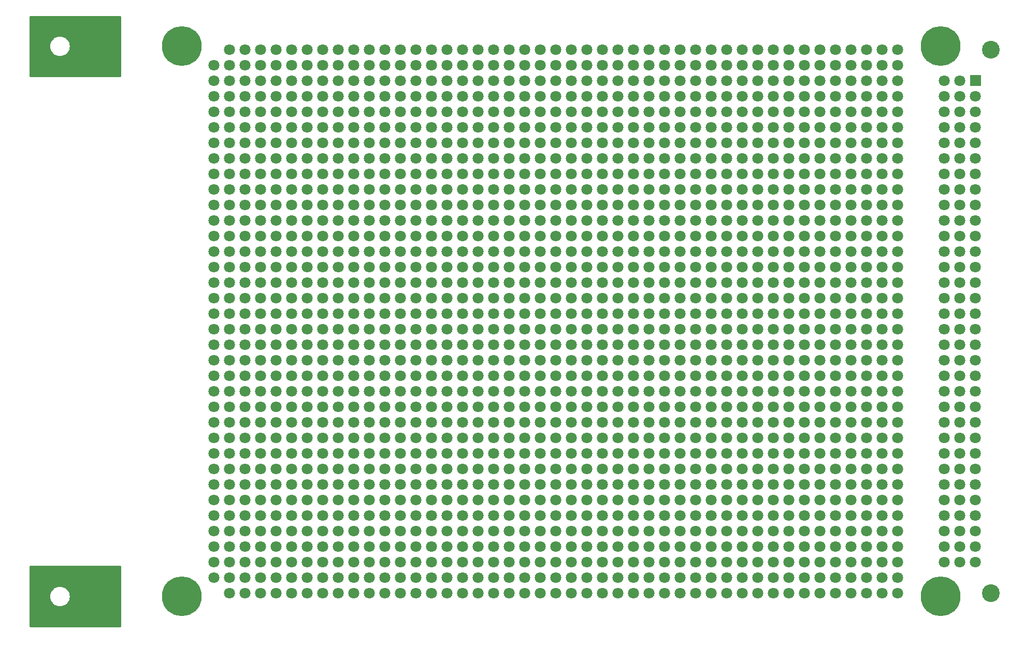
<source format=gbr>
G04 #@! TF.GenerationSoftware,KiCad,Pcbnew,(5.99.0-1588-g7ca069e63)*
G04 #@! TF.CreationDate,2020-05-10T11:49:47-06:00*
G04 #@! TF.ProjectId,module_proto,6d6f6475-6c65-45f7-9072-6f746f2e6b69,rev?*
G04 #@! TF.SameCoordinates,Original*
G04 #@! TF.FileFunction,Soldermask,Bot*
G04 #@! TF.FilePolarity,Negative*
%FSLAX46Y46*%
G04 Gerber Fmt 4.6, Leading zero omitted, Abs format (unit mm)*
G04 Created by KiCad (PCBNEW (5.99.0-1588-g7ca069e63)) date 2020-05-10 11:49:47*
%MOMM*%
%LPD*%
G01*
G04 APERTURE LIST*
%ADD10C,0.900000*%
%ADD11C,6.500000*%
%ADD12C,1.800000*%
%ADD13C,2.900000*%
%ADD14C,0.254000*%
G04 APERTURE END LIST*
D10*
X240697056Y-123302944D03*
X239000000Y-122600000D03*
X237302944Y-123302944D03*
X236600000Y-125000000D03*
X237302944Y-126697056D03*
X239000000Y-127400000D03*
X240697056Y-126697056D03*
X241400000Y-125000000D03*
D11*
X239000000Y-125000000D03*
X115000000Y-125000000D03*
D10*
X117400000Y-125000000D03*
X116697056Y-126697056D03*
X115000000Y-127400000D03*
X113302944Y-126697056D03*
X112600000Y-125000000D03*
X113302944Y-123302944D03*
X115000000Y-122600000D03*
X116697056Y-123302944D03*
X116697056Y-33302944D03*
X115000000Y-32600000D03*
X113302944Y-33302944D03*
X112600000Y-35000000D03*
X113302944Y-36697056D03*
X115000000Y-37400000D03*
X116697056Y-36697056D03*
X117400000Y-35000000D03*
D11*
X115000000Y-35000000D03*
X239000000Y-35000000D03*
D10*
X241400000Y-35000000D03*
X240697056Y-36697056D03*
X239000000Y-37400000D03*
X237302944Y-36697056D03*
X236600000Y-35000000D03*
X237302944Y-33302944D03*
X239000000Y-32600000D03*
X240697056Y-33302944D03*
D12*
X239620000Y-119370000D03*
X239620000Y-91430000D03*
X239620000Y-68570000D03*
X239620000Y-71110000D03*
X239620000Y-114290000D03*
X239620000Y-109210000D03*
X239620000Y-111750000D03*
X239620000Y-78730000D03*
X239620000Y-81270000D03*
X239620000Y-55870000D03*
X239620000Y-58410000D03*
X239620000Y-60950000D03*
X239620000Y-86350000D03*
X239620000Y-88890000D03*
X239620000Y-99050000D03*
X239620000Y-93970000D03*
X239620000Y-96510000D03*
X239620000Y-63490000D03*
X239620000Y-66030000D03*
X239620000Y-116830000D03*
X239620000Y-83810000D03*
X239620000Y-43170000D03*
X239620000Y-45710000D03*
X239620000Y-48250000D03*
X239620000Y-73650000D03*
X239620000Y-76190000D03*
X239620000Y-40630000D03*
X239620000Y-50790000D03*
X239620000Y-53330000D03*
X239620000Y-106670000D03*
X239620000Y-101590000D03*
X239620000Y-104130000D03*
G36*
G01*
X243850000Y-39730000D02*
X245550000Y-39730000D01*
G75*
G02*
X245600000Y-39780000I0J-50000D01*
G01*
X245600000Y-41480000D01*
G75*
G02*
X245550000Y-41530000I-50000J0D01*
G01*
X243850000Y-41530000D01*
G75*
G02*
X243800000Y-41480000I0J50000D01*
G01*
X243800000Y-39780000D01*
G75*
G02*
X243850000Y-39730000I50000J0D01*
G01*
G37*
X242160000Y-40630000D03*
X244700000Y-43170000D03*
X242160000Y-43170000D03*
X244700000Y-45710000D03*
X242160000Y-45710000D03*
X244700000Y-48250000D03*
X242160000Y-48250000D03*
X244700000Y-50790000D03*
X242160000Y-50790000D03*
X244700000Y-53330000D03*
X242160000Y-53330000D03*
X244700000Y-55870000D03*
X242160000Y-55870000D03*
X244700000Y-58410000D03*
X242160000Y-58410000D03*
X244700000Y-60950000D03*
X242160000Y-60950000D03*
X244700000Y-63490000D03*
X242160000Y-63490000D03*
X244700000Y-66030000D03*
X242160000Y-66030000D03*
X244700000Y-68570000D03*
X242160000Y-68570000D03*
X244700000Y-71110000D03*
X242160000Y-71110000D03*
X244700000Y-73650000D03*
X242160000Y-73650000D03*
X244700000Y-76190000D03*
X242160000Y-76190000D03*
X244700000Y-78730000D03*
X242160000Y-78730000D03*
X244700000Y-81270000D03*
X242160000Y-81270000D03*
X244700000Y-83810000D03*
X242160000Y-83810000D03*
X244700000Y-86350000D03*
X242160000Y-86350000D03*
X244700000Y-88890000D03*
X242160000Y-88890000D03*
X244700000Y-91430000D03*
X242160000Y-91430000D03*
X244700000Y-93970000D03*
X242160000Y-93970000D03*
X244700000Y-96510000D03*
X242160000Y-96510000D03*
X244700000Y-99050000D03*
X242160000Y-99050000D03*
X244700000Y-101590000D03*
X242160000Y-101590000D03*
X244700000Y-104130000D03*
X242160000Y-104130000D03*
X244700000Y-106670000D03*
X242160000Y-106670000D03*
X244700000Y-109210000D03*
X242160000Y-109210000D03*
X244700000Y-111750000D03*
X242160000Y-111750000D03*
X244700000Y-114290000D03*
X242160000Y-114290000D03*
X244700000Y-116830000D03*
X242160000Y-116830000D03*
X244700000Y-119370000D03*
X242160000Y-119370000D03*
D13*
X247240000Y-35550000D03*
X247240000Y-124450000D03*
D12*
X216760000Y-124450000D03*
X196440000Y-124450000D03*
X198980000Y-124450000D03*
X219300000Y-124450000D03*
X178660000Y-124450000D03*
X158340000Y-124450000D03*
X176120000Y-124450000D03*
X135480000Y-124450000D03*
X155800000Y-124450000D03*
X138020000Y-124450000D03*
X219300000Y-121910000D03*
X135480000Y-121910000D03*
X138020000Y-121910000D03*
X198980000Y-121910000D03*
X178660000Y-121910000D03*
X158340000Y-121910000D03*
X196440000Y-121910000D03*
X155800000Y-121910000D03*
X216760000Y-121910000D03*
X176120000Y-121910000D03*
X219300000Y-119370000D03*
X176120000Y-119370000D03*
X196440000Y-119370000D03*
X135480000Y-119370000D03*
X155800000Y-119370000D03*
X158340000Y-119370000D03*
X198980000Y-119370000D03*
X178660000Y-119370000D03*
X138020000Y-119370000D03*
X216760000Y-119370000D03*
X219300000Y-116830000D03*
X138020000Y-116830000D03*
X158340000Y-116830000D03*
X155800000Y-116830000D03*
X178660000Y-116830000D03*
X135480000Y-116830000D03*
X176120000Y-116830000D03*
X196440000Y-116830000D03*
X216760000Y-116830000D03*
X198980000Y-116830000D03*
X176120000Y-114290000D03*
X155800000Y-114290000D03*
X216760000Y-114290000D03*
X178660000Y-114290000D03*
X219300000Y-114290000D03*
X138020000Y-114290000D03*
X135480000Y-114290000D03*
X196440000Y-114290000D03*
X198980000Y-114290000D03*
X158340000Y-114290000D03*
X138020000Y-111750000D03*
X155800000Y-111750000D03*
X176120000Y-111750000D03*
X219300000Y-111750000D03*
X216760000Y-111750000D03*
X135480000Y-111750000D03*
X158340000Y-111750000D03*
X178660000Y-111750000D03*
X196440000Y-111750000D03*
X198980000Y-111750000D03*
X219300000Y-109210000D03*
X135480000Y-109210000D03*
X176120000Y-109210000D03*
X216760000Y-109210000D03*
X138020000Y-109210000D03*
X198980000Y-109210000D03*
X178660000Y-109210000D03*
X196440000Y-109210000D03*
X158340000Y-109210000D03*
X155800000Y-109210000D03*
X155800000Y-106670000D03*
X198980000Y-106670000D03*
X135480000Y-106670000D03*
X216760000Y-106670000D03*
X158340000Y-106670000D03*
X138020000Y-106670000D03*
X196440000Y-106670000D03*
X219300000Y-106670000D03*
X178660000Y-106670000D03*
X176120000Y-106670000D03*
X198980000Y-104130000D03*
X178660000Y-104130000D03*
X135480000Y-104130000D03*
X176120000Y-104130000D03*
X219300000Y-104130000D03*
X196440000Y-104130000D03*
X155800000Y-104130000D03*
X158340000Y-104130000D03*
X138020000Y-104130000D03*
X216760000Y-104130000D03*
X138020000Y-101590000D03*
X176120000Y-101590000D03*
X219300000Y-101590000D03*
X198980000Y-101590000D03*
X158340000Y-101590000D03*
X196440000Y-101590000D03*
X178660000Y-101590000D03*
X216760000Y-101590000D03*
X135480000Y-101590000D03*
X155800000Y-101590000D03*
X216760000Y-99050000D03*
X178660000Y-99050000D03*
X176120000Y-99050000D03*
X135480000Y-99050000D03*
X198980000Y-99050000D03*
X158340000Y-99050000D03*
X138020000Y-99050000D03*
X196440000Y-99050000D03*
X155800000Y-99050000D03*
X219300000Y-99050000D03*
X178660000Y-96510000D03*
X138020000Y-96510000D03*
X216760000Y-96510000D03*
X198980000Y-96510000D03*
X158340000Y-96510000D03*
X155800000Y-96510000D03*
X219300000Y-96510000D03*
X196440000Y-96510000D03*
X135480000Y-96510000D03*
X176120000Y-96510000D03*
X178660000Y-93970000D03*
X158340000Y-93970000D03*
X176120000Y-93970000D03*
X138020000Y-93970000D03*
X219300000Y-93970000D03*
X198980000Y-93970000D03*
X216760000Y-93970000D03*
X135480000Y-93970000D03*
X155800000Y-93970000D03*
X196440000Y-93970000D03*
X158340000Y-91430000D03*
X135480000Y-91430000D03*
X155800000Y-91430000D03*
X138020000Y-91430000D03*
X198980000Y-91430000D03*
X196440000Y-91430000D03*
X176120000Y-91430000D03*
X178660000Y-91430000D03*
X219300000Y-91430000D03*
X216760000Y-91430000D03*
X216760000Y-88890000D03*
X158340000Y-88890000D03*
X138020000Y-88890000D03*
X196440000Y-88890000D03*
X135480000Y-88890000D03*
X176120000Y-88890000D03*
X198980000Y-88890000D03*
X219300000Y-88890000D03*
X178660000Y-88890000D03*
X155800000Y-88890000D03*
X158340000Y-86350000D03*
X138020000Y-86350000D03*
X178660000Y-86350000D03*
X196440000Y-86350000D03*
X219300000Y-86350000D03*
X135480000Y-86350000D03*
X155800000Y-86350000D03*
X198980000Y-86350000D03*
X216760000Y-86350000D03*
X176120000Y-86350000D03*
X219300000Y-83810000D03*
X216760000Y-83810000D03*
X198980000Y-83810000D03*
X196440000Y-83810000D03*
X178660000Y-83810000D03*
X176120000Y-83810000D03*
X158340000Y-83810000D03*
X155800000Y-83810000D03*
X135480000Y-83810000D03*
X138020000Y-83810000D03*
X176120000Y-35550000D03*
X155800000Y-35550000D03*
X178660000Y-35550000D03*
X135480000Y-35550000D03*
X198980000Y-35550000D03*
X138020000Y-35550000D03*
X196440000Y-35550000D03*
X158340000Y-35550000D03*
X176120000Y-38090000D03*
X135480000Y-38090000D03*
X155800000Y-38090000D03*
X158340000Y-38090000D03*
X178660000Y-38090000D03*
X198980000Y-38090000D03*
X138020000Y-38090000D03*
X196440000Y-38090000D03*
X155800000Y-40630000D03*
X196440000Y-40630000D03*
X178660000Y-40630000D03*
X198980000Y-40630000D03*
X158340000Y-40630000D03*
X176120000Y-40630000D03*
X138020000Y-40630000D03*
X135480000Y-40630000D03*
X196440000Y-43170000D03*
X176120000Y-43170000D03*
X178660000Y-43170000D03*
X135480000Y-43170000D03*
X198980000Y-43170000D03*
X138020000Y-43170000D03*
X158340000Y-43170000D03*
X155800000Y-43170000D03*
X155800000Y-45710000D03*
X176120000Y-45710000D03*
X158340000Y-45710000D03*
X198980000Y-45710000D03*
X135480000Y-45710000D03*
X178660000Y-45710000D03*
X196440000Y-45710000D03*
X138020000Y-45710000D03*
X198980000Y-48250000D03*
X158340000Y-48250000D03*
X178660000Y-48250000D03*
X196440000Y-48250000D03*
X135480000Y-48250000D03*
X138020000Y-48250000D03*
X176120000Y-48250000D03*
X155800000Y-48250000D03*
X176120000Y-50790000D03*
X196440000Y-50790000D03*
X178660000Y-50790000D03*
X138020000Y-50790000D03*
X155800000Y-50790000D03*
X135480000Y-50790000D03*
X158340000Y-50790000D03*
X198980000Y-50790000D03*
X135480000Y-53330000D03*
X158340000Y-53330000D03*
X138020000Y-53330000D03*
X176120000Y-53330000D03*
X196440000Y-53330000D03*
X198980000Y-53330000D03*
X178660000Y-53330000D03*
X155800000Y-53330000D03*
X178660000Y-55870000D03*
X198980000Y-55870000D03*
X138020000Y-55870000D03*
X158340000Y-55870000D03*
X196440000Y-55870000D03*
X176120000Y-55870000D03*
X135480000Y-55870000D03*
X155800000Y-55870000D03*
X178660000Y-58410000D03*
X196440000Y-58410000D03*
X155800000Y-58410000D03*
X176120000Y-58410000D03*
X138020000Y-58410000D03*
X158340000Y-58410000D03*
X135480000Y-58410000D03*
X198980000Y-58410000D03*
X196440000Y-60950000D03*
X135480000Y-60950000D03*
X176120000Y-60950000D03*
X198980000Y-60950000D03*
X138020000Y-60950000D03*
X178660000Y-60950000D03*
X155800000Y-60950000D03*
X158340000Y-60950000D03*
X178660000Y-63490000D03*
X158340000Y-63490000D03*
X135480000Y-63490000D03*
X155800000Y-63490000D03*
X176120000Y-63490000D03*
X138020000Y-63490000D03*
X198980000Y-63490000D03*
X196440000Y-63490000D03*
X155800000Y-66030000D03*
X198980000Y-66030000D03*
X178660000Y-66030000D03*
X135480000Y-66030000D03*
X138020000Y-66030000D03*
X196440000Y-66030000D03*
X158340000Y-66030000D03*
X176120000Y-66030000D03*
X135480000Y-68570000D03*
X196440000Y-68570000D03*
X155800000Y-68570000D03*
X176120000Y-68570000D03*
X138020000Y-68570000D03*
X158340000Y-68570000D03*
X178660000Y-68570000D03*
X198980000Y-68570000D03*
X158340000Y-71110000D03*
X196440000Y-71110000D03*
X176120000Y-71110000D03*
X138020000Y-71110000D03*
X155800000Y-71110000D03*
X198980000Y-71110000D03*
X135480000Y-71110000D03*
X178660000Y-71110000D03*
X155800000Y-73650000D03*
X158340000Y-73650000D03*
X198980000Y-73650000D03*
X135480000Y-73650000D03*
X138020000Y-73650000D03*
X196440000Y-73650000D03*
X178660000Y-73650000D03*
X176120000Y-73650000D03*
X198980000Y-76190000D03*
X196440000Y-76190000D03*
X178660000Y-76190000D03*
X176120000Y-76190000D03*
X158340000Y-76190000D03*
X155800000Y-76190000D03*
X135480000Y-76190000D03*
X138020000Y-76190000D03*
X216760000Y-35550000D03*
X216760000Y-38090000D03*
X216760000Y-55870000D03*
X216760000Y-48250000D03*
X216760000Y-50790000D03*
X216760000Y-58410000D03*
X216760000Y-45710000D03*
X216760000Y-53330000D03*
X216760000Y-43170000D03*
X216760000Y-40630000D03*
X216760000Y-66030000D03*
X216760000Y-60950000D03*
X216760000Y-68570000D03*
X216760000Y-63490000D03*
X216760000Y-71110000D03*
X216760000Y-73650000D03*
X216760000Y-76190000D03*
X219300000Y-38090000D03*
X219300000Y-35550000D03*
X219300000Y-43170000D03*
X219300000Y-45710000D03*
X219300000Y-58410000D03*
X219300000Y-40630000D03*
X219300000Y-48250000D03*
X219300000Y-50790000D03*
X219300000Y-55870000D03*
X219300000Y-53330000D03*
X219300000Y-68570000D03*
X219300000Y-60950000D03*
X219300000Y-66030000D03*
X219300000Y-63490000D03*
X219300000Y-73650000D03*
X219300000Y-71110000D03*
X219300000Y-76190000D03*
X120240000Y-88890000D03*
X120240000Y-40630000D03*
X120240000Y-78730000D03*
X122780000Y-83810000D03*
X120240000Y-60950000D03*
X122780000Y-40630000D03*
X122780000Y-58410000D03*
X122780000Y-45710000D03*
X122780000Y-35550000D03*
X122780000Y-66030000D03*
X120240000Y-101590000D03*
X120240000Y-58410000D03*
X122780000Y-55870000D03*
X120240000Y-99050000D03*
X122780000Y-101590000D03*
X122780000Y-106670000D03*
X120240000Y-116830000D03*
X122780000Y-78730000D03*
X120240000Y-66030000D03*
X122780000Y-48250000D03*
X120240000Y-81270000D03*
X122780000Y-53330000D03*
X122780000Y-71110000D03*
X122780000Y-50790000D03*
X120240000Y-111750000D03*
X120240000Y-55870000D03*
X122780000Y-68570000D03*
X122780000Y-119370000D03*
X120240000Y-43170000D03*
X120240000Y-48250000D03*
X122780000Y-116830000D03*
X122780000Y-38090000D03*
X122780000Y-96510000D03*
X120240000Y-53330000D03*
X120240000Y-86350000D03*
X120240000Y-104130000D03*
X120240000Y-68570000D03*
X120240000Y-96510000D03*
X120240000Y-38090000D03*
X120240000Y-83810000D03*
X120240000Y-93970000D03*
X122780000Y-121910000D03*
X122780000Y-91430000D03*
X122780000Y-86350000D03*
X120240000Y-114290000D03*
X120240000Y-63490000D03*
X120240000Y-91430000D03*
X120240000Y-50790000D03*
X122780000Y-109210000D03*
X122780000Y-76190000D03*
X120240000Y-106670000D03*
X122780000Y-124450000D03*
X122780000Y-43170000D03*
X120240000Y-76190000D03*
X122780000Y-104130000D03*
X122780000Y-60950000D03*
X122780000Y-88890000D03*
X122780000Y-73650000D03*
X120240000Y-109210000D03*
X122780000Y-93970000D03*
X122780000Y-114290000D03*
X120240000Y-121910000D03*
X122780000Y-81270000D03*
X120240000Y-73650000D03*
X122780000Y-111750000D03*
X122780000Y-63490000D03*
X120240000Y-45710000D03*
X120240000Y-71110000D03*
X120240000Y-119370000D03*
X122780000Y-99050000D03*
X125320000Y-53330000D03*
X125320000Y-86350000D03*
X125320000Y-104130000D03*
X125320000Y-68570000D03*
X125320000Y-96510000D03*
X125320000Y-38090000D03*
X125320000Y-83810000D03*
X125320000Y-93970000D03*
X127860000Y-121910000D03*
X127860000Y-91430000D03*
X127860000Y-86350000D03*
X125320000Y-114290000D03*
X125320000Y-63490000D03*
X125320000Y-91430000D03*
X125320000Y-50790000D03*
X127860000Y-109210000D03*
X127860000Y-76190000D03*
X125320000Y-106670000D03*
X127860000Y-124450000D03*
X127860000Y-43170000D03*
X125320000Y-76190000D03*
X127860000Y-104130000D03*
X127860000Y-60950000D03*
X127860000Y-88890000D03*
X127860000Y-73650000D03*
X125320000Y-109210000D03*
X127860000Y-93970000D03*
X127860000Y-114290000D03*
X125320000Y-121910000D03*
X127860000Y-81270000D03*
X125320000Y-73650000D03*
X130400000Y-53330000D03*
X130400000Y-86350000D03*
X127860000Y-111750000D03*
X127860000Y-63490000D03*
X130400000Y-104130000D03*
X125320000Y-45710000D03*
X130400000Y-68570000D03*
X125320000Y-71110000D03*
X125320000Y-124450000D03*
X125320000Y-119370000D03*
X130400000Y-96510000D03*
X130400000Y-38090000D03*
X127860000Y-55870000D03*
X125320000Y-99050000D03*
X130400000Y-111750000D03*
X130400000Y-83810000D03*
X127860000Y-101590000D03*
X127860000Y-106670000D03*
X125320000Y-116830000D03*
X127860000Y-78730000D03*
X130400000Y-93970000D03*
X125320000Y-66030000D03*
X127860000Y-48250000D03*
X125320000Y-81270000D03*
X127860000Y-53330000D03*
X132940000Y-121910000D03*
X132940000Y-91430000D03*
X127860000Y-71110000D03*
X132940000Y-86350000D03*
X132940000Y-99050000D03*
X130400000Y-50790000D03*
X132940000Y-109210000D03*
X132940000Y-76190000D03*
X130400000Y-106670000D03*
X132940000Y-124450000D03*
X132940000Y-43170000D03*
X130400000Y-76190000D03*
X132940000Y-104130000D03*
X132940000Y-60950000D03*
X132940000Y-88890000D03*
X132940000Y-73650000D03*
X130400000Y-109210000D03*
X132940000Y-93970000D03*
X132940000Y-114290000D03*
X130400000Y-121910000D03*
X127860000Y-50790000D03*
X130400000Y-101590000D03*
X130400000Y-58410000D03*
X132940000Y-81270000D03*
X130400000Y-73650000D03*
X130400000Y-66030000D03*
X132940000Y-48250000D03*
X130400000Y-81270000D03*
X132940000Y-53330000D03*
X125320000Y-111750000D03*
X132940000Y-106670000D03*
X130400000Y-116830000D03*
X130400000Y-119370000D03*
X132940000Y-68570000D03*
X132940000Y-119370000D03*
X132940000Y-55870000D03*
X130400000Y-99050000D03*
X130400000Y-78730000D03*
X132940000Y-101590000D03*
X130400000Y-71110000D03*
X125320000Y-35550000D03*
X130400000Y-124450000D03*
X125320000Y-55870000D03*
X127860000Y-68570000D03*
X127860000Y-119370000D03*
X125320000Y-43170000D03*
X125320000Y-48250000D03*
X130400000Y-43170000D03*
X130400000Y-48250000D03*
X130400000Y-45710000D03*
X132940000Y-50790000D03*
X132940000Y-78730000D03*
X132940000Y-58410000D03*
X125320000Y-88890000D03*
X130400000Y-40630000D03*
X132940000Y-63490000D03*
X125320000Y-40630000D03*
X125320000Y-78730000D03*
X127860000Y-83810000D03*
X130400000Y-55870000D03*
X125320000Y-60950000D03*
X130400000Y-35550000D03*
X127860000Y-40630000D03*
X130400000Y-88890000D03*
X130400000Y-60950000D03*
X132940000Y-83810000D03*
X127860000Y-58410000D03*
X132940000Y-40630000D03*
X127860000Y-45710000D03*
X127860000Y-35550000D03*
X132940000Y-71110000D03*
X132940000Y-116830000D03*
X132940000Y-96510000D03*
X132940000Y-66030000D03*
X127860000Y-116830000D03*
X132940000Y-111750000D03*
X127860000Y-38090000D03*
X132940000Y-38090000D03*
X127860000Y-99050000D03*
X125320000Y-101590000D03*
X125320000Y-58410000D03*
X132940000Y-35550000D03*
X127860000Y-66030000D03*
X132940000Y-45710000D03*
X127860000Y-96510000D03*
X130400000Y-114290000D03*
X130400000Y-63490000D03*
X130400000Y-91430000D03*
X138020000Y-78730000D03*
X138020000Y-81270000D03*
X135480000Y-78730000D03*
X140560000Y-53330000D03*
X140560000Y-86350000D03*
X140560000Y-104130000D03*
X140560000Y-68570000D03*
X140560000Y-96510000D03*
X140560000Y-38090000D03*
X140560000Y-111750000D03*
X140560000Y-83810000D03*
X140560000Y-93970000D03*
X135480000Y-81270000D03*
X143100000Y-121910000D03*
X143100000Y-91430000D03*
X143100000Y-86350000D03*
X143100000Y-99050000D03*
X140560000Y-50790000D03*
X143100000Y-109210000D03*
X143100000Y-76190000D03*
X140560000Y-106670000D03*
X143100000Y-124450000D03*
X143100000Y-43170000D03*
X140560000Y-76190000D03*
X143100000Y-104130000D03*
X143100000Y-60950000D03*
X143100000Y-88890000D03*
X143100000Y-73650000D03*
X140560000Y-109210000D03*
X143100000Y-93970000D03*
X143100000Y-114290000D03*
X140560000Y-121910000D03*
X140560000Y-101590000D03*
X140560000Y-58410000D03*
X143100000Y-81270000D03*
X140560000Y-73650000D03*
X140560000Y-66030000D03*
X143100000Y-48250000D03*
X140560000Y-81270000D03*
X143100000Y-53330000D03*
X143100000Y-106670000D03*
X140560000Y-116830000D03*
X140560000Y-119370000D03*
X143100000Y-68570000D03*
X143100000Y-119370000D03*
X143100000Y-55870000D03*
X140560000Y-99050000D03*
X140560000Y-78730000D03*
X143100000Y-101590000D03*
X140560000Y-71110000D03*
X140560000Y-124450000D03*
X140560000Y-43170000D03*
X140560000Y-48250000D03*
X140560000Y-45710000D03*
X143100000Y-50790000D03*
X143100000Y-78730000D03*
X143100000Y-58410000D03*
X140560000Y-40630000D03*
X143100000Y-63490000D03*
X140560000Y-55870000D03*
X140560000Y-35550000D03*
X140560000Y-88890000D03*
X140560000Y-60950000D03*
X143100000Y-83810000D03*
X143100000Y-40630000D03*
X143100000Y-71110000D03*
X143100000Y-116830000D03*
X143100000Y-96510000D03*
X143100000Y-66030000D03*
X143100000Y-111750000D03*
X143100000Y-38090000D03*
X145640000Y-53330000D03*
X145640000Y-86350000D03*
X145640000Y-104130000D03*
X145640000Y-68570000D03*
X145640000Y-96510000D03*
X145640000Y-38090000D03*
X145640000Y-83810000D03*
X145640000Y-93970000D03*
X148180000Y-121910000D03*
X148180000Y-91430000D03*
X148180000Y-86350000D03*
X145640000Y-114290000D03*
X145640000Y-63490000D03*
X145640000Y-91430000D03*
X148180000Y-99050000D03*
X145640000Y-50790000D03*
X148180000Y-109210000D03*
X148180000Y-76190000D03*
X145640000Y-106670000D03*
X148180000Y-124450000D03*
X148180000Y-43170000D03*
X145640000Y-76190000D03*
X148180000Y-104130000D03*
X148180000Y-60950000D03*
X148180000Y-88890000D03*
X148180000Y-73650000D03*
X145640000Y-109210000D03*
X148180000Y-93970000D03*
X148180000Y-114290000D03*
X145640000Y-121910000D03*
X145640000Y-101590000D03*
X145640000Y-58410000D03*
X148180000Y-81270000D03*
X145640000Y-73650000D03*
X150720000Y-53330000D03*
X150720000Y-86350000D03*
X148180000Y-111750000D03*
X148180000Y-63490000D03*
X150720000Y-104130000D03*
X145640000Y-45710000D03*
X150720000Y-68570000D03*
X145640000Y-71110000D03*
X145640000Y-124450000D03*
X145640000Y-119370000D03*
X150720000Y-96510000D03*
X150720000Y-38090000D03*
X148180000Y-55870000D03*
X145640000Y-99050000D03*
X150720000Y-111750000D03*
X150720000Y-83810000D03*
X148180000Y-101590000D03*
X148180000Y-106670000D03*
X145640000Y-116830000D03*
X148180000Y-78730000D03*
X143100000Y-35550000D03*
X145640000Y-111750000D03*
X145640000Y-55870000D03*
X148180000Y-71110000D03*
X148180000Y-53330000D03*
X145640000Y-81270000D03*
X150720000Y-114290000D03*
X150720000Y-93970000D03*
X145640000Y-66030000D03*
X148180000Y-48250000D03*
X148180000Y-68570000D03*
X148180000Y-66030000D03*
X145640000Y-48250000D03*
X148180000Y-35550000D03*
X148180000Y-40630000D03*
X150720000Y-106670000D03*
X148180000Y-50790000D03*
X145640000Y-43170000D03*
X145640000Y-60950000D03*
X145640000Y-88890000D03*
X150720000Y-50790000D03*
X148180000Y-45710000D03*
X150720000Y-45710000D03*
X150720000Y-91430000D03*
X145640000Y-40630000D03*
X150720000Y-71110000D03*
X148180000Y-38090000D03*
X150720000Y-109210000D03*
X143100000Y-45710000D03*
X150720000Y-55870000D03*
X150720000Y-121910000D03*
X150720000Y-101590000D03*
X150720000Y-40630000D03*
X150720000Y-76190000D03*
X150720000Y-48250000D03*
X150720000Y-73650000D03*
X150720000Y-63490000D03*
X150720000Y-58410000D03*
X148180000Y-96510000D03*
X150720000Y-60950000D03*
X150720000Y-116830000D03*
X148180000Y-83810000D03*
X150720000Y-35550000D03*
X150720000Y-88890000D03*
X150720000Y-43170000D03*
X150720000Y-66030000D03*
X150720000Y-124450000D03*
X148180000Y-58410000D03*
X148180000Y-116830000D03*
X148180000Y-119370000D03*
X150720000Y-119370000D03*
X150720000Y-99050000D03*
X145640000Y-35550000D03*
X145640000Y-78730000D03*
X150720000Y-78730000D03*
X150720000Y-81270000D03*
X140560000Y-114290000D03*
X140560000Y-63490000D03*
X140560000Y-91430000D03*
X153260000Y-53330000D03*
X153260000Y-86350000D03*
X153260000Y-104130000D03*
X153260000Y-68570000D03*
X153260000Y-96510000D03*
X153260000Y-38090000D03*
X153260000Y-83810000D03*
X153260000Y-93970000D03*
X153260000Y-114290000D03*
X153260000Y-63490000D03*
X153260000Y-91430000D03*
X153260000Y-50790000D03*
X155800000Y-78730000D03*
X153260000Y-106670000D03*
X153260000Y-76190000D03*
X153260000Y-109210000D03*
X153260000Y-121910000D03*
X155800000Y-81270000D03*
X153260000Y-73650000D03*
X153260000Y-45710000D03*
X153260000Y-71110000D03*
X153260000Y-124450000D03*
X153260000Y-119370000D03*
X153260000Y-99050000D03*
X153260000Y-116830000D03*
X153260000Y-66030000D03*
X153260000Y-81270000D03*
X160880000Y-121910000D03*
X160880000Y-91430000D03*
X160880000Y-86350000D03*
X160880000Y-99050000D03*
X160880000Y-109210000D03*
X160880000Y-76190000D03*
X160880000Y-124450000D03*
X160880000Y-43170000D03*
X158340000Y-78730000D03*
X160880000Y-104130000D03*
X160880000Y-60950000D03*
X160880000Y-88890000D03*
X160880000Y-73650000D03*
X160880000Y-93970000D03*
X160880000Y-114290000D03*
X160880000Y-81270000D03*
X160880000Y-48250000D03*
X158340000Y-81270000D03*
X160880000Y-53330000D03*
X153260000Y-111750000D03*
X160880000Y-106670000D03*
X160880000Y-68570000D03*
X160880000Y-119370000D03*
X160880000Y-55870000D03*
X160880000Y-101590000D03*
X153260000Y-35550000D03*
X153260000Y-55870000D03*
X153260000Y-43170000D03*
X153260000Y-48250000D03*
X160880000Y-50790000D03*
X160880000Y-78730000D03*
X160880000Y-58410000D03*
X153260000Y-88890000D03*
X160880000Y-63490000D03*
X153260000Y-40630000D03*
X153260000Y-78730000D03*
X153260000Y-60950000D03*
X160880000Y-83810000D03*
X160880000Y-40630000D03*
X160880000Y-71110000D03*
X160880000Y-116830000D03*
X160880000Y-96510000D03*
X160880000Y-66030000D03*
X160880000Y-111750000D03*
X160880000Y-38090000D03*
X163420000Y-53330000D03*
X163420000Y-86350000D03*
X163420000Y-104130000D03*
X163420000Y-68570000D03*
X163420000Y-96510000D03*
X163420000Y-38090000D03*
X163420000Y-83810000D03*
X163420000Y-93970000D03*
X165960000Y-121910000D03*
X165960000Y-91430000D03*
X165960000Y-86350000D03*
X163420000Y-114290000D03*
X163420000Y-63490000D03*
X163420000Y-91430000D03*
X165960000Y-99050000D03*
X163420000Y-50790000D03*
X165960000Y-109210000D03*
X165960000Y-76190000D03*
X163420000Y-106670000D03*
X165960000Y-124450000D03*
X165960000Y-43170000D03*
X163420000Y-76190000D03*
X165960000Y-104130000D03*
X165960000Y-60950000D03*
X165960000Y-88890000D03*
X165960000Y-73650000D03*
X163420000Y-109210000D03*
X165960000Y-93970000D03*
X165960000Y-114290000D03*
X163420000Y-121910000D03*
X163420000Y-101590000D03*
X163420000Y-58410000D03*
X165960000Y-81270000D03*
X163420000Y-73650000D03*
X168500000Y-53330000D03*
X168500000Y-86350000D03*
X165960000Y-111750000D03*
X165960000Y-63490000D03*
X168500000Y-104130000D03*
X163420000Y-45710000D03*
X168500000Y-68570000D03*
X163420000Y-71110000D03*
X163420000Y-124450000D03*
X163420000Y-119370000D03*
X168500000Y-96510000D03*
X168500000Y-38090000D03*
X165960000Y-55870000D03*
X163420000Y-99050000D03*
X168500000Y-111750000D03*
X168500000Y-83810000D03*
X165960000Y-101590000D03*
X165960000Y-106670000D03*
X163420000Y-116830000D03*
X165960000Y-78730000D03*
X173580000Y-53330000D03*
X173580000Y-86350000D03*
X173580000Y-104130000D03*
X173580000Y-68570000D03*
X173580000Y-96510000D03*
X173580000Y-38090000D03*
X173580000Y-83810000D03*
X173580000Y-93970000D03*
X173580000Y-114290000D03*
X173580000Y-63490000D03*
X173580000Y-91430000D03*
X153260000Y-101590000D03*
X153260000Y-58410000D03*
X173580000Y-50790000D03*
X173580000Y-106670000D03*
X173580000Y-76190000D03*
X173580000Y-109210000D03*
X173580000Y-121910000D03*
X173580000Y-101590000D03*
X173580000Y-58410000D03*
X176120000Y-81270000D03*
X173580000Y-73650000D03*
X173580000Y-45710000D03*
X173580000Y-71110000D03*
X173580000Y-124450000D03*
X173580000Y-119370000D03*
X173580000Y-99050000D03*
X173580000Y-116830000D03*
X176120000Y-78730000D03*
X173580000Y-66030000D03*
X173580000Y-81270000D03*
X181200000Y-121910000D03*
X181200000Y-91430000D03*
X181200000Y-86350000D03*
X181200000Y-99050000D03*
X181200000Y-109210000D03*
X181200000Y-76190000D03*
X181200000Y-124450000D03*
X181200000Y-43170000D03*
X181200000Y-104130000D03*
X181200000Y-60950000D03*
X181200000Y-88890000D03*
X181200000Y-73650000D03*
X181200000Y-93970000D03*
X181200000Y-114290000D03*
X181200000Y-81270000D03*
X181200000Y-48250000D03*
X178660000Y-81270000D03*
X181200000Y-53330000D03*
X173580000Y-111750000D03*
X181200000Y-106670000D03*
X181200000Y-68570000D03*
X181200000Y-119370000D03*
X181200000Y-55870000D03*
X178660000Y-78730000D03*
X181200000Y-101590000D03*
X173580000Y-35550000D03*
X173580000Y-55870000D03*
X173580000Y-43170000D03*
X173580000Y-48250000D03*
X181200000Y-50790000D03*
X181200000Y-78730000D03*
X181200000Y-58410000D03*
X173580000Y-88890000D03*
X181200000Y-63490000D03*
X173580000Y-40630000D03*
X173580000Y-78730000D03*
X173580000Y-60950000D03*
X181200000Y-83810000D03*
X181200000Y-40630000D03*
X181200000Y-71110000D03*
X181200000Y-116830000D03*
X181200000Y-96510000D03*
X181200000Y-66030000D03*
X181200000Y-111750000D03*
X181200000Y-38090000D03*
X183740000Y-53330000D03*
X183740000Y-86350000D03*
X183740000Y-104130000D03*
X183740000Y-68570000D03*
X183740000Y-96510000D03*
X183740000Y-38090000D03*
X183740000Y-83810000D03*
X183740000Y-93970000D03*
X186280000Y-121910000D03*
X186280000Y-91430000D03*
X186280000Y-86350000D03*
X183740000Y-114290000D03*
X183740000Y-63490000D03*
X183740000Y-91430000D03*
X186280000Y-99050000D03*
X183740000Y-50790000D03*
X186280000Y-109210000D03*
X186280000Y-76190000D03*
X183740000Y-106670000D03*
X186280000Y-124450000D03*
X186280000Y-43170000D03*
X183740000Y-76190000D03*
X186280000Y-104130000D03*
X186280000Y-60950000D03*
X186280000Y-88890000D03*
X186280000Y-73650000D03*
X183740000Y-109210000D03*
X186280000Y-93970000D03*
X186280000Y-114290000D03*
X183740000Y-121910000D03*
X183740000Y-101590000D03*
X183740000Y-58410000D03*
X186280000Y-81270000D03*
X183740000Y-73650000D03*
X171040000Y-99050000D03*
X160880000Y-35550000D03*
X163420000Y-111750000D03*
X171040000Y-58410000D03*
X163420000Y-55870000D03*
X165960000Y-71110000D03*
X165960000Y-53330000D03*
X171040000Y-121910000D03*
X163420000Y-81270000D03*
X171040000Y-86350000D03*
X168500000Y-114290000D03*
X168500000Y-93970000D03*
X163420000Y-66030000D03*
X165960000Y-48250000D03*
X171040000Y-63490000D03*
X171040000Y-50790000D03*
X171040000Y-91430000D03*
X171040000Y-38090000D03*
X165960000Y-68570000D03*
X188820000Y-53330000D03*
X188820000Y-86350000D03*
X186280000Y-111750000D03*
X186280000Y-63490000D03*
X188820000Y-104130000D03*
X183740000Y-45710000D03*
X188820000Y-68570000D03*
X183740000Y-71110000D03*
X183740000Y-124450000D03*
X183740000Y-119370000D03*
X188820000Y-96510000D03*
X188820000Y-38090000D03*
X186280000Y-55870000D03*
X183740000Y-99050000D03*
X188820000Y-111750000D03*
X188820000Y-83810000D03*
X186280000Y-101590000D03*
X186280000Y-106670000D03*
X183740000Y-116830000D03*
X186280000Y-78730000D03*
X188820000Y-93970000D03*
X183740000Y-66030000D03*
X186280000Y-48250000D03*
X183740000Y-81270000D03*
X186280000Y-53330000D03*
X191360000Y-121910000D03*
X191360000Y-91430000D03*
X186280000Y-71110000D03*
X191360000Y-86350000D03*
X188820000Y-114290000D03*
X188820000Y-63490000D03*
X188820000Y-91430000D03*
X191360000Y-99050000D03*
X188820000Y-50790000D03*
X191360000Y-109210000D03*
X191360000Y-76190000D03*
X188820000Y-106670000D03*
X191360000Y-124450000D03*
X165960000Y-66030000D03*
X191360000Y-43170000D03*
X188820000Y-76190000D03*
X191360000Y-104130000D03*
X191360000Y-60950000D03*
X191360000Y-88890000D03*
X191360000Y-73650000D03*
X163420000Y-48250000D03*
X188820000Y-109210000D03*
X191360000Y-93970000D03*
X191360000Y-114290000D03*
X188820000Y-121910000D03*
X186280000Y-50790000D03*
X188820000Y-101590000D03*
X188820000Y-58410000D03*
X191360000Y-81270000D03*
X188820000Y-73650000D03*
X188820000Y-66030000D03*
X171040000Y-73650000D03*
X191360000Y-48250000D03*
X188820000Y-81270000D03*
X191360000Y-53330000D03*
X171040000Y-119370000D03*
X183740000Y-111750000D03*
X191360000Y-106670000D03*
X188820000Y-116830000D03*
X188820000Y-119370000D03*
X191360000Y-68570000D03*
X165960000Y-35550000D03*
X191360000Y-119370000D03*
X191360000Y-55870000D03*
X188820000Y-99050000D03*
X188820000Y-78730000D03*
X191360000Y-101590000D03*
X165960000Y-40630000D03*
X188820000Y-71110000D03*
X183740000Y-35550000D03*
X168500000Y-106670000D03*
X188820000Y-124450000D03*
X183740000Y-55870000D03*
X186280000Y-68570000D03*
X186280000Y-119370000D03*
X183740000Y-43170000D03*
X183740000Y-48250000D03*
X188820000Y-43170000D03*
X188820000Y-48250000D03*
X188820000Y-45710000D03*
X191360000Y-50790000D03*
X191360000Y-78730000D03*
X191360000Y-58410000D03*
X165960000Y-50790000D03*
X183740000Y-88890000D03*
X188820000Y-40630000D03*
X191360000Y-63490000D03*
X183740000Y-40630000D03*
X183740000Y-78730000D03*
X186280000Y-83810000D03*
X188820000Y-55870000D03*
X163420000Y-43170000D03*
X183740000Y-60950000D03*
X188820000Y-35550000D03*
X163420000Y-60950000D03*
X163420000Y-88890000D03*
X186280000Y-40630000D03*
X181200000Y-45710000D03*
X181200000Y-35550000D03*
X188820000Y-88890000D03*
X171040000Y-106670000D03*
X171040000Y-76190000D03*
X168500000Y-50790000D03*
X171040000Y-93970000D03*
X165960000Y-45710000D03*
X171040000Y-40630000D03*
X168500000Y-45710000D03*
X188820000Y-60950000D03*
X191360000Y-83810000D03*
X186280000Y-58410000D03*
X168500000Y-91430000D03*
X163420000Y-40630000D03*
X168500000Y-71110000D03*
X191360000Y-40630000D03*
X171040000Y-71110000D03*
X165960000Y-38090000D03*
X168500000Y-109210000D03*
X160880000Y-45710000D03*
X171040000Y-101590000D03*
X168500000Y-55870000D03*
X171040000Y-114290000D03*
X168500000Y-121910000D03*
X168500000Y-101590000D03*
X171040000Y-60950000D03*
X168500000Y-40630000D03*
X168500000Y-76190000D03*
X168500000Y-48250000D03*
X168500000Y-73650000D03*
X171040000Y-43170000D03*
X171040000Y-124450000D03*
X168500000Y-63490000D03*
X186280000Y-45710000D03*
X168500000Y-58410000D03*
X165960000Y-96510000D03*
X168500000Y-60950000D03*
X171040000Y-104130000D03*
X186280000Y-35550000D03*
X168500000Y-116830000D03*
X165960000Y-83810000D03*
X171040000Y-109210000D03*
X191360000Y-71110000D03*
X191360000Y-116830000D03*
X191360000Y-96510000D03*
X191360000Y-66030000D03*
X168500000Y-35550000D03*
X171040000Y-35550000D03*
X186280000Y-116830000D03*
X171040000Y-83810000D03*
X191360000Y-111750000D03*
X168500000Y-88890000D03*
X171040000Y-78730000D03*
X171040000Y-55870000D03*
X171040000Y-81270000D03*
X171040000Y-66030000D03*
X171040000Y-68570000D03*
X191360000Y-45710000D03*
X191360000Y-35550000D03*
X168500000Y-43170000D03*
X171040000Y-53330000D03*
X168500000Y-66030000D03*
X171040000Y-116830000D03*
X171040000Y-48250000D03*
X168500000Y-124450000D03*
X165960000Y-58410000D03*
X165960000Y-116830000D03*
X186280000Y-66030000D03*
X165960000Y-119370000D03*
X171040000Y-111750000D03*
X186280000Y-96510000D03*
X168500000Y-119370000D03*
X171040000Y-96510000D03*
X186280000Y-38090000D03*
X191360000Y-38090000D03*
X168500000Y-99050000D03*
X171040000Y-88890000D03*
X163420000Y-35550000D03*
X163420000Y-78730000D03*
X168500000Y-78730000D03*
X171040000Y-45710000D03*
X168500000Y-81270000D03*
X193900000Y-53330000D03*
X193900000Y-86350000D03*
X193900000Y-104130000D03*
X193900000Y-68570000D03*
X193900000Y-96510000D03*
X193900000Y-38090000D03*
X193900000Y-83810000D03*
X193900000Y-93970000D03*
X193900000Y-114290000D03*
X193900000Y-63490000D03*
X193900000Y-91430000D03*
X193900000Y-50790000D03*
X193900000Y-106670000D03*
X193900000Y-76190000D03*
X193900000Y-109210000D03*
X193900000Y-121910000D03*
X193900000Y-101590000D03*
X193900000Y-58410000D03*
X196440000Y-81270000D03*
X193900000Y-73650000D03*
X193900000Y-45710000D03*
X193900000Y-71110000D03*
X193900000Y-124450000D03*
X193900000Y-119370000D03*
X193900000Y-99050000D03*
X193900000Y-116830000D03*
X196440000Y-78730000D03*
X193900000Y-66030000D03*
X193900000Y-81270000D03*
X201520000Y-121910000D03*
X201520000Y-91430000D03*
X201520000Y-86350000D03*
X201520000Y-99050000D03*
X201520000Y-109210000D03*
X201520000Y-76190000D03*
X201520000Y-124450000D03*
X201520000Y-43170000D03*
X201520000Y-104130000D03*
X201520000Y-60950000D03*
X201520000Y-88890000D03*
X201520000Y-73650000D03*
X201520000Y-93970000D03*
X201520000Y-114290000D03*
X201520000Y-81270000D03*
X201520000Y-48250000D03*
X198980000Y-81270000D03*
X201520000Y-53330000D03*
X193900000Y-111750000D03*
X201520000Y-106670000D03*
X201520000Y-68570000D03*
X201520000Y-119370000D03*
X201520000Y-55870000D03*
X198980000Y-78730000D03*
X201520000Y-101590000D03*
X193900000Y-35550000D03*
X193900000Y-55870000D03*
X193900000Y-43170000D03*
X193900000Y-48250000D03*
X201520000Y-50790000D03*
X201520000Y-78730000D03*
X201520000Y-58410000D03*
X193900000Y-88890000D03*
X201520000Y-63490000D03*
X193900000Y-40630000D03*
X193900000Y-78730000D03*
X193900000Y-60950000D03*
X201520000Y-83810000D03*
X201520000Y-40630000D03*
X201520000Y-71110000D03*
X201520000Y-116830000D03*
X201520000Y-96510000D03*
X201520000Y-66030000D03*
X201520000Y-111750000D03*
X201520000Y-38090000D03*
X204060000Y-53330000D03*
X204060000Y-86350000D03*
X204060000Y-104130000D03*
X204060000Y-68570000D03*
X204060000Y-96510000D03*
X204060000Y-38090000D03*
X204060000Y-83810000D03*
X204060000Y-93970000D03*
X206600000Y-121910000D03*
X206600000Y-91430000D03*
X206600000Y-86350000D03*
X204060000Y-114290000D03*
X204060000Y-63490000D03*
X204060000Y-91430000D03*
X206600000Y-99050000D03*
X204060000Y-50790000D03*
X206600000Y-109210000D03*
X206600000Y-76190000D03*
X204060000Y-106670000D03*
X206600000Y-124450000D03*
X206600000Y-43170000D03*
X204060000Y-76190000D03*
X206600000Y-104130000D03*
X206600000Y-60950000D03*
X206600000Y-88890000D03*
X206600000Y-73650000D03*
X204060000Y-109210000D03*
X206600000Y-93970000D03*
X206600000Y-114290000D03*
X204060000Y-121910000D03*
X204060000Y-101590000D03*
X204060000Y-58410000D03*
X206600000Y-81270000D03*
X204060000Y-73650000D03*
X209140000Y-53330000D03*
X209140000Y-86350000D03*
X206600000Y-111750000D03*
X206600000Y-63490000D03*
X209140000Y-104130000D03*
X204060000Y-45710000D03*
X209140000Y-68570000D03*
X204060000Y-71110000D03*
X204060000Y-124450000D03*
X204060000Y-119370000D03*
X209140000Y-96510000D03*
X209140000Y-38090000D03*
X206600000Y-55870000D03*
X204060000Y-99050000D03*
X209140000Y-111750000D03*
X209140000Y-83810000D03*
X206600000Y-101590000D03*
X206600000Y-106670000D03*
X204060000Y-116830000D03*
X206600000Y-78730000D03*
X209140000Y-93970000D03*
X204060000Y-66030000D03*
X206600000Y-48250000D03*
X204060000Y-81270000D03*
X206600000Y-53330000D03*
X211680000Y-121910000D03*
X211680000Y-91430000D03*
X206600000Y-71110000D03*
X211680000Y-86350000D03*
X209140000Y-114290000D03*
X209140000Y-63490000D03*
X209140000Y-91430000D03*
X211680000Y-99050000D03*
X209140000Y-50790000D03*
X211680000Y-109210000D03*
X211680000Y-76190000D03*
X209140000Y-106670000D03*
X211680000Y-124450000D03*
X211680000Y-43170000D03*
X209140000Y-76190000D03*
X211680000Y-104130000D03*
X211680000Y-60950000D03*
X211680000Y-88890000D03*
X211680000Y-73650000D03*
X209140000Y-109210000D03*
X211680000Y-93970000D03*
X211680000Y-114290000D03*
X209140000Y-121910000D03*
X206600000Y-50790000D03*
X209140000Y-101590000D03*
X209140000Y-58410000D03*
X211680000Y-81270000D03*
X209140000Y-73650000D03*
X209140000Y-66030000D03*
X211680000Y-48250000D03*
X209140000Y-81270000D03*
X211680000Y-53330000D03*
X204060000Y-111750000D03*
X211680000Y-106670000D03*
X209140000Y-116830000D03*
X209140000Y-119370000D03*
X211680000Y-68570000D03*
X211680000Y-119370000D03*
X211680000Y-55870000D03*
X209140000Y-99050000D03*
X209140000Y-78730000D03*
X211680000Y-101590000D03*
X209140000Y-71110000D03*
X204060000Y-35550000D03*
X209140000Y-124450000D03*
X204060000Y-55870000D03*
X206600000Y-68570000D03*
X206600000Y-119370000D03*
X204060000Y-43170000D03*
X204060000Y-48250000D03*
X209140000Y-43170000D03*
X209140000Y-48250000D03*
X209140000Y-45710000D03*
X211680000Y-50790000D03*
X211680000Y-78730000D03*
X211680000Y-58410000D03*
X204060000Y-88890000D03*
X209140000Y-40630000D03*
X211680000Y-63490000D03*
X204060000Y-40630000D03*
X204060000Y-78730000D03*
X206600000Y-83810000D03*
X209140000Y-55870000D03*
X204060000Y-60950000D03*
X209140000Y-35550000D03*
X206600000Y-40630000D03*
X201520000Y-45710000D03*
X201520000Y-35550000D03*
X209140000Y-88890000D03*
X209140000Y-60950000D03*
X211680000Y-83810000D03*
X206600000Y-58410000D03*
X211680000Y-40630000D03*
X206600000Y-45710000D03*
X206600000Y-35550000D03*
X211680000Y-71110000D03*
X211680000Y-116830000D03*
X211680000Y-96510000D03*
X211680000Y-66030000D03*
X206600000Y-116830000D03*
X211680000Y-111750000D03*
X211680000Y-45710000D03*
X211680000Y-35550000D03*
X206600000Y-66030000D03*
X206600000Y-96510000D03*
X206600000Y-38090000D03*
X211680000Y-38090000D03*
X214220000Y-53330000D03*
X214220000Y-86350000D03*
X214220000Y-104130000D03*
X214220000Y-68570000D03*
X214220000Y-96510000D03*
X214220000Y-38090000D03*
X214220000Y-83810000D03*
X214220000Y-93970000D03*
X214220000Y-114290000D03*
X214220000Y-63490000D03*
X214220000Y-91430000D03*
X214220000Y-50790000D03*
X214220000Y-106670000D03*
X214220000Y-76190000D03*
X214220000Y-109210000D03*
X214220000Y-121910000D03*
X214220000Y-101590000D03*
X214220000Y-58410000D03*
X216760000Y-81270000D03*
X214220000Y-73650000D03*
X214220000Y-45710000D03*
X214220000Y-71110000D03*
X214220000Y-124450000D03*
X214220000Y-119370000D03*
X214220000Y-99050000D03*
X214220000Y-116830000D03*
X216760000Y-78730000D03*
X214220000Y-66030000D03*
X214220000Y-81270000D03*
X221840000Y-121910000D03*
X221840000Y-91430000D03*
X221840000Y-86350000D03*
X221840000Y-99050000D03*
X221840000Y-109210000D03*
X221840000Y-76190000D03*
X221840000Y-124450000D03*
X221840000Y-43170000D03*
X221840000Y-104130000D03*
X221840000Y-60950000D03*
X221840000Y-88890000D03*
X221840000Y-73650000D03*
X221840000Y-93970000D03*
X221840000Y-114290000D03*
X221840000Y-81270000D03*
X221840000Y-48250000D03*
X219300000Y-81270000D03*
X221840000Y-53330000D03*
X214220000Y-111750000D03*
X221840000Y-106670000D03*
X221840000Y-68570000D03*
X221840000Y-119370000D03*
X221840000Y-55870000D03*
X219300000Y-78730000D03*
X221840000Y-101590000D03*
X214220000Y-35550000D03*
X214220000Y-55870000D03*
X214220000Y-43170000D03*
X214220000Y-48250000D03*
X221840000Y-50790000D03*
X221840000Y-78730000D03*
X221840000Y-58410000D03*
X214220000Y-88890000D03*
X221840000Y-63490000D03*
X214220000Y-40630000D03*
X214220000Y-78730000D03*
X214220000Y-60950000D03*
X221840000Y-83810000D03*
X221840000Y-40630000D03*
X221840000Y-71110000D03*
X221840000Y-116830000D03*
X221840000Y-96510000D03*
X221840000Y-66030000D03*
X221840000Y-111750000D03*
X221840000Y-45710000D03*
X221840000Y-35550000D03*
X221840000Y-38090000D03*
X224380000Y-53330000D03*
X224380000Y-86350000D03*
X224380000Y-104130000D03*
X224380000Y-68570000D03*
X224380000Y-96510000D03*
X224380000Y-38090000D03*
X224380000Y-111750000D03*
X224380000Y-83810000D03*
X224380000Y-93970000D03*
X226920000Y-121910000D03*
X226920000Y-91430000D03*
X226920000Y-86350000D03*
X224380000Y-114290000D03*
X224380000Y-63490000D03*
X224380000Y-91430000D03*
X226920000Y-99050000D03*
X224380000Y-50790000D03*
X226920000Y-109210000D03*
X226920000Y-76190000D03*
X224380000Y-106670000D03*
X226920000Y-124450000D03*
X226920000Y-43170000D03*
X224380000Y-76190000D03*
X226920000Y-104130000D03*
X226920000Y-60950000D03*
X226920000Y-88890000D03*
X226920000Y-73650000D03*
X224380000Y-109210000D03*
X226920000Y-93970000D03*
X226920000Y-114290000D03*
X224380000Y-121910000D03*
X224380000Y-101590000D03*
X224380000Y-58410000D03*
X226920000Y-81270000D03*
X224380000Y-73650000D03*
X224380000Y-66030000D03*
X226920000Y-48250000D03*
X224380000Y-81270000D03*
X226920000Y-53330000D03*
X226920000Y-106670000D03*
X224380000Y-116830000D03*
X224380000Y-119370000D03*
X226920000Y-68570000D03*
X226920000Y-119370000D03*
X226920000Y-55870000D03*
X224380000Y-99050000D03*
X224380000Y-78730000D03*
X226920000Y-101590000D03*
X224380000Y-71110000D03*
X224380000Y-124450000D03*
X224380000Y-43170000D03*
X224380000Y-48250000D03*
X224380000Y-45710000D03*
X226920000Y-50790000D03*
X226920000Y-78730000D03*
X226920000Y-58410000D03*
X224380000Y-40630000D03*
X226920000Y-63490000D03*
X224380000Y-55870000D03*
X224380000Y-35550000D03*
X224380000Y-88890000D03*
X224380000Y-60950000D03*
X226920000Y-83810000D03*
X226920000Y-40630000D03*
X226920000Y-71110000D03*
X226920000Y-116830000D03*
X226920000Y-96510000D03*
X226920000Y-66030000D03*
X226920000Y-111750000D03*
X226920000Y-45710000D03*
X226920000Y-35550000D03*
X226920000Y-38090000D03*
X229460000Y-121910000D03*
X229460000Y-91430000D03*
X229460000Y-86350000D03*
X229460000Y-99050000D03*
X229460000Y-109210000D03*
X229460000Y-76190000D03*
X229460000Y-124450000D03*
X229460000Y-43170000D03*
X229460000Y-104130000D03*
X229460000Y-60950000D03*
X229460000Y-88890000D03*
X229460000Y-73650000D03*
X229460000Y-93970000D03*
X229460000Y-114290000D03*
X229460000Y-81270000D03*
X229460000Y-48250000D03*
X229460000Y-53330000D03*
X229460000Y-106670000D03*
X229460000Y-68570000D03*
X229460000Y-119370000D03*
X229460000Y-55870000D03*
X229460000Y-101590000D03*
X229460000Y-50790000D03*
X229460000Y-78730000D03*
X229460000Y-58410000D03*
X229460000Y-63490000D03*
X229460000Y-83810000D03*
X229460000Y-40630000D03*
X229460000Y-71110000D03*
X229460000Y-116830000D03*
X229460000Y-96510000D03*
X229460000Y-66030000D03*
X229460000Y-111750000D03*
X229460000Y-45710000D03*
X229460000Y-35550000D03*
X229460000Y-38090000D03*
X232000000Y-124450000D03*
X232000000Y-121910000D03*
X232000000Y-35550000D03*
X232000000Y-38090000D03*
X232000000Y-111750000D03*
X232000000Y-106670000D03*
X232000000Y-119370000D03*
X232000000Y-109210000D03*
X232000000Y-114290000D03*
X232000000Y-101590000D03*
X232000000Y-104130000D03*
X232000000Y-116830000D03*
X232000000Y-96510000D03*
X232000000Y-81270000D03*
X232000000Y-93970000D03*
X232000000Y-88890000D03*
X232000000Y-99050000D03*
X232000000Y-83810000D03*
X232000000Y-91430000D03*
X232000000Y-86350000D03*
X232000000Y-63490000D03*
X232000000Y-68570000D03*
X232000000Y-73650000D03*
X232000000Y-76190000D03*
X232000000Y-71110000D03*
X232000000Y-78730000D03*
X232000000Y-60950000D03*
X232000000Y-66030000D03*
X232000000Y-53330000D03*
X232000000Y-58410000D03*
X232000000Y-50790000D03*
X232000000Y-55870000D03*
X232000000Y-48250000D03*
X232000000Y-45710000D03*
X232000000Y-43170000D03*
X232000000Y-40630000D03*
G36*
X104873000Y-129873000D02*
G01*
X90127000Y-129873000D01*
X90127000Y-124990036D01*
X93273392Y-124990036D01*
X93273392Y-125009964D01*
X93293091Y-125260259D01*
X93296208Y-125279943D01*
X93354819Y-125524075D01*
X93360977Y-125543028D01*
X93457057Y-125774986D01*
X93466105Y-125792742D01*
X93597288Y-126006813D01*
X93609001Y-126022936D01*
X93772057Y-126213851D01*
X93786149Y-126227943D01*
X93977064Y-126390999D01*
X93993187Y-126402712D01*
X94207258Y-126533895D01*
X94225014Y-126542943D01*
X94456972Y-126639023D01*
X94475925Y-126645181D01*
X94720057Y-126703792D01*
X94739741Y-126706909D01*
X94990036Y-126726608D01*
X95009964Y-126726608D01*
X95260259Y-126706909D01*
X95279943Y-126703792D01*
X95524075Y-126645181D01*
X95543028Y-126639023D01*
X95774986Y-126542943D01*
X95792742Y-126533895D01*
X96006813Y-126402712D01*
X96022936Y-126390999D01*
X96213851Y-126227943D01*
X96227943Y-126213851D01*
X96390999Y-126022936D01*
X96402712Y-126006813D01*
X96533895Y-125792742D01*
X96542943Y-125774986D01*
X96639023Y-125543028D01*
X96645181Y-125524075D01*
X96703792Y-125279943D01*
X96706909Y-125260259D01*
X96726608Y-125009964D01*
X96726608Y-124990036D01*
X96706909Y-124739741D01*
X96703792Y-124720057D01*
X96645181Y-124475925D01*
X96639023Y-124456972D01*
X96542943Y-124225014D01*
X96533895Y-124207258D01*
X96402712Y-123993187D01*
X96390999Y-123977064D01*
X96227943Y-123786149D01*
X96213851Y-123772057D01*
X96022936Y-123609001D01*
X96006813Y-123597288D01*
X95792742Y-123466105D01*
X95774986Y-123457057D01*
X95543028Y-123360977D01*
X95524075Y-123354819D01*
X95279943Y-123296208D01*
X95260259Y-123293091D01*
X95009964Y-123273392D01*
X94990036Y-123273392D01*
X94739741Y-123293091D01*
X94720057Y-123296208D01*
X94475925Y-123354819D01*
X94456972Y-123360977D01*
X94225014Y-123457057D01*
X94207258Y-123466105D01*
X93993187Y-123597288D01*
X93977064Y-123609001D01*
X93786149Y-123772057D01*
X93772057Y-123786149D01*
X93609001Y-123977064D01*
X93597288Y-123993187D01*
X93466105Y-124207258D01*
X93457057Y-124225014D01*
X93360977Y-124456972D01*
X93354819Y-124475925D01*
X93296208Y-124720057D01*
X93293091Y-124739741D01*
X93273392Y-124990036D01*
X90127000Y-124990036D01*
X90127000Y-120127000D01*
X104873000Y-120127000D01*
X104873000Y-129873000D01*
G37*
D14*
X104873000Y-129873000D02*
X90127000Y-129873000D01*
X90127000Y-124990036D01*
X93273392Y-124990036D01*
X93273392Y-125009964D01*
X93293091Y-125260259D01*
X93296208Y-125279943D01*
X93354819Y-125524075D01*
X93360977Y-125543028D01*
X93457057Y-125774986D01*
X93466105Y-125792742D01*
X93597288Y-126006813D01*
X93609001Y-126022936D01*
X93772057Y-126213851D01*
X93786149Y-126227943D01*
X93977064Y-126390999D01*
X93993187Y-126402712D01*
X94207258Y-126533895D01*
X94225014Y-126542943D01*
X94456972Y-126639023D01*
X94475925Y-126645181D01*
X94720057Y-126703792D01*
X94739741Y-126706909D01*
X94990036Y-126726608D01*
X95009964Y-126726608D01*
X95260259Y-126706909D01*
X95279943Y-126703792D01*
X95524075Y-126645181D01*
X95543028Y-126639023D01*
X95774986Y-126542943D01*
X95792742Y-126533895D01*
X96006813Y-126402712D01*
X96022936Y-126390999D01*
X96213851Y-126227943D01*
X96227943Y-126213851D01*
X96390999Y-126022936D01*
X96402712Y-126006813D01*
X96533895Y-125792742D01*
X96542943Y-125774986D01*
X96639023Y-125543028D01*
X96645181Y-125524075D01*
X96703792Y-125279943D01*
X96706909Y-125260259D01*
X96726608Y-125009964D01*
X96726608Y-124990036D01*
X96706909Y-124739741D01*
X96703792Y-124720057D01*
X96645181Y-124475925D01*
X96639023Y-124456972D01*
X96542943Y-124225014D01*
X96533895Y-124207258D01*
X96402712Y-123993187D01*
X96390999Y-123977064D01*
X96227943Y-123786149D01*
X96213851Y-123772057D01*
X96022936Y-123609001D01*
X96006813Y-123597288D01*
X95792742Y-123466105D01*
X95774986Y-123457057D01*
X95543028Y-123360977D01*
X95524075Y-123354819D01*
X95279943Y-123296208D01*
X95260259Y-123293091D01*
X95009964Y-123273392D01*
X94990036Y-123273392D01*
X94739741Y-123293091D01*
X94720057Y-123296208D01*
X94475925Y-123354819D01*
X94456972Y-123360977D01*
X94225014Y-123457057D01*
X94207258Y-123466105D01*
X93993187Y-123597288D01*
X93977064Y-123609001D01*
X93786149Y-123772057D01*
X93772057Y-123786149D01*
X93609001Y-123977064D01*
X93597288Y-123993187D01*
X93466105Y-124207258D01*
X93457057Y-124225014D01*
X93360977Y-124456972D01*
X93354819Y-124475925D01*
X93296208Y-124720057D01*
X93293091Y-124739741D01*
X93273392Y-124990036D01*
X90127000Y-124990036D01*
X90127000Y-120127000D01*
X104873000Y-120127000D01*
X104873000Y-129873000D01*
G36*
X104873000Y-39873000D02*
G01*
X90127000Y-39873000D01*
X90127000Y-34990036D01*
X93273392Y-34990036D01*
X93273392Y-35009964D01*
X93293091Y-35260259D01*
X93296208Y-35279943D01*
X93354819Y-35524075D01*
X93360977Y-35543028D01*
X93457057Y-35774986D01*
X93466105Y-35792742D01*
X93597288Y-36006813D01*
X93609001Y-36022936D01*
X93772057Y-36213851D01*
X93786149Y-36227943D01*
X93977064Y-36390999D01*
X93993187Y-36402712D01*
X94207258Y-36533895D01*
X94225014Y-36542943D01*
X94456972Y-36639023D01*
X94475925Y-36645181D01*
X94720057Y-36703792D01*
X94739741Y-36706909D01*
X94990036Y-36726608D01*
X95009964Y-36726608D01*
X95260259Y-36706909D01*
X95279943Y-36703792D01*
X95524075Y-36645181D01*
X95543028Y-36639023D01*
X95774986Y-36542943D01*
X95792742Y-36533895D01*
X96006813Y-36402712D01*
X96022936Y-36390999D01*
X96213851Y-36227943D01*
X96227943Y-36213851D01*
X96390999Y-36022936D01*
X96402712Y-36006813D01*
X96533895Y-35792742D01*
X96542943Y-35774986D01*
X96639023Y-35543028D01*
X96645181Y-35524075D01*
X96703792Y-35279943D01*
X96706909Y-35260259D01*
X96726608Y-35009964D01*
X96726608Y-34990036D01*
X96706909Y-34739741D01*
X96703792Y-34720057D01*
X96645181Y-34475925D01*
X96639023Y-34456972D01*
X96542943Y-34225014D01*
X96533895Y-34207258D01*
X96402712Y-33993187D01*
X96390999Y-33977064D01*
X96227943Y-33786149D01*
X96213851Y-33772057D01*
X96022936Y-33609001D01*
X96006813Y-33597288D01*
X95792742Y-33466105D01*
X95774986Y-33457057D01*
X95543028Y-33360977D01*
X95524075Y-33354819D01*
X95279943Y-33296208D01*
X95260259Y-33293091D01*
X95009964Y-33273392D01*
X94990036Y-33273392D01*
X94739741Y-33293091D01*
X94720057Y-33296208D01*
X94475925Y-33354819D01*
X94456972Y-33360977D01*
X94225014Y-33457057D01*
X94207258Y-33466105D01*
X93993187Y-33597288D01*
X93977064Y-33609001D01*
X93786149Y-33772057D01*
X93772057Y-33786149D01*
X93609001Y-33977064D01*
X93597288Y-33993187D01*
X93466105Y-34207258D01*
X93457057Y-34225014D01*
X93360977Y-34456972D01*
X93354819Y-34475925D01*
X93296208Y-34720057D01*
X93293091Y-34739741D01*
X93273392Y-34990036D01*
X90127000Y-34990036D01*
X90127000Y-30127000D01*
X104873000Y-30127000D01*
X104873000Y-39873000D01*
G37*
X104873000Y-39873000D02*
X90127000Y-39873000D01*
X90127000Y-34990036D01*
X93273392Y-34990036D01*
X93273392Y-35009964D01*
X93293091Y-35260259D01*
X93296208Y-35279943D01*
X93354819Y-35524075D01*
X93360977Y-35543028D01*
X93457057Y-35774986D01*
X93466105Y-35792742D01*
X93597288Y-36006813D01*
X93609001Y-36022936D01*
X93772057Y-36213851D01*
X93786149Y-36227943D01*
X93977064Y-36390999D01*
X93993187Y-36402712D01*
X94207258Y-36533895D01*
X94225014Y-36542943D01*
X94456972Y-36639023D01*
X94475925Y-36645181D01*
X94720057Y-36703792D01*
X94739741Y-36706909D01*
X94990036Y-36726608D01*
X95009964Y-36726608D01*
X95260259Y-36706909D01*
X95279943Y-36703792D01*
X95524075Y-36645181D01*
X95543028Y-36639023D01*
X95774986Y-36542943D01*
X95792742Y-36533895D01*
X96006813Y-36402712D01*
X96022936Y-36390999D01*
X96213851Y-36227943D01*
X96227943Y-36213851D01*
X96390999Y-36022936D01*
X96402712Y-36006813D01*
X96533895Y-35792742D01*
X96542943Y-35774986D01*
X96639023Y-35543028D01*
X96645181Y-35524075D01*
X96703792Y-35279943D01*
X96706909Y-35260259D01*
X96726608Y-35009964D01*
X96726608Y-34990036D01*
X96706909Y-34739741D01*
X96703792Y-34720057D01*
X96645181Y-34475925D01*
X96639023Y-34456972D01*
X96542943Y-34225014D01*
X96533895Y-34207258D01*
X96402712Y-33993187D01*
X96390999Y-33977064D01*
X96227943Y-33786149D01*
X96213851Y-33772057D01*
X96022936Y-33609001D01*
X96006813Y-33597288D01*
X95792742Y-33466105D01*
X95774986Y-33457057D01*
X95543028Y-33360977D01*
X95524075Y-33354819D01*
X95279943Y-33296208D01*
X95260259Y-33293091D01*
X95009964Y-33273392D01*
X94990036Y-33273392D01*
X94739741Y-33293091D01*
X94720057Y-33296208D01*
X94475925Y-33354819D01*
X94456972Y-33360977D01*
X94225014Y-33457057D01*
X94207258Y-33466105D01*
X93993187Y-33597288D01*
X93977064Y-33609001D01*
X93786149Y-33772057D01*
X93772057Y-33786149D01*
X93609001Y-33977064D01*
X93597288Y-33993187D01*
X93466105Y-34207258D01*
X93457057Y-34225014D01*
X93360977Y-34456972D01*
X93354819Y-34475925D01*
X93296208Y-34720057D01*
X93293091Y-34739741D01*
X93273392Y-34990036D01*
X90127000Y-34990036D01*
X90127000Y-30127000D01*
X104873000Y-30127000D01*
X104873000Y-39873000D01*
M02*

</source>
